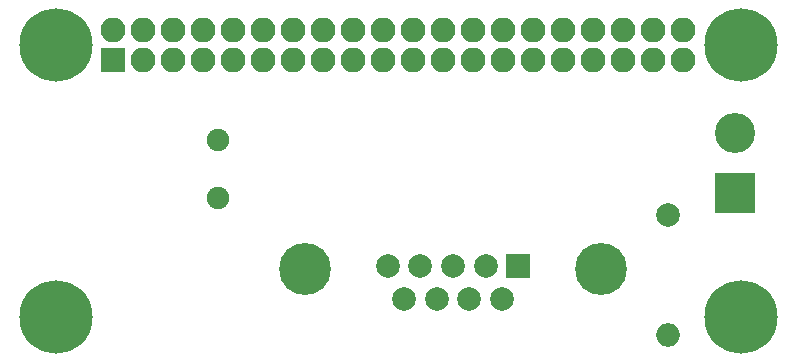
<source format=gbr>
G04 #@! TF.GenerationSoftware,KiCad,Pcbnew,5.0.0-fee4fd1~66~ubuntu18.04.1*
G04 #@! TF.CreationDate,2018-08-10T10:17:42+02:00*
G04 #@! TF.ProjectId,Can_pHat_5.0,43616E5F704861745F352E302E6B6963,rev?*
G04 #@! TF.SameCoordinates,Original*
G04 #@! TF.FileFunction,Soldermask,Bot*
G04 #@! TF.FilePolarity,Negative*
%FSLAX46Y46*%
G04 Gerber Fmt 4.6, Leading zero omitted, Abs format (unit mm)*
G04 Created by KiCad (PCBNEW 5.0.0-fee4fd1~66~ubuntu18.04.1) date Fri Aug 10 10:17:42 2018*
%MOMM*%
%LPD*%
G01*
G04 APERTURE LIST*
%ADD10R,2.000000X2.000000*%
%ADD11C,2.000000*%
%ADD12C,4.400000*%
%ADD13C,6.200000*%
%ADD14C,1.900000*%
%ADD15O,2.100000X2.100000*%
%ADD16R,2.100000X2.100000*%
%ADD17C,3.400000*%
%ADD18R,3.400000X3.400000*%
%ADD19O,2.000000X2.000000*%
G04 APERTURE END LIST*
D10*
G04 #@! TO.C,J2*
X59690000Y-39197000D03*
D11*
X56920000Y-39197000D03*
X54150000Y-39197000D03*
X51380000Y-39197000D03*
X48610000Y-39197000D03*
X58305000Y-42037000D03*
X55535000Y-42037000D03*
X52765000Y-42037000D03*
X49995000Y-42037000D03*
D12*
X41650000Y-39497000D03*
X66650000Y-39497000D03*
G04 #@! TD*
D13*
G04 #@! TO.C,REF\002A\002A*
X78500000Y-20500000D03*
G04 #@! TD*
G04 #@! TO.C,REF\002A\002A*
X78500000Y-43500000D03*
G04 #@! TD*
G04 #@! TO.C,REF\002A\002A*
X20500000Y-43500000D03*
G04 #@! TD*
G04 #@! TO.C,REF\002A\002A*
X20500000Y-20500000D03*
G04 #@! TD*
D14*
G04 #@! TO.C,Y1*
X34290000Y-28575000D03*
X34290000Y-33455000D03*
G04 #@! TD*
D15*
G04 #@! TO.C,J1*
X73630000Y-19230000D03*
X73630000Y-21770000D03*
X71090000Y-19230000D03*
X71090000Y-21770000D03*
X68550000Y-19230000D03*
X68550000Y-21770000D03*
X66010000Y-19230000D03*
X66010000Y-21770000D03*
X63470000Y-19230000D03*
X63470000Y-21770000D03*
X60930000Y-19230000D03*
X60930000Y-21770000D03*
X58390000Y-19230000D03*
X58390000Y-21770000D03*
X55850000Y-19230000D03*
X55850000Y-21770000D03*
X53310000Y-19230000D03*
X53310000Y-21770000D03*
X50770000Y-19230000D03*
X50770000Y-21770000D03*
X48230000Y-19230000D03*
X48230000Y-21770000D03*
X45690000Y-19230000D03*
X45690000Y-21770000D03*
X43150000Y-19230000D03*
X43150000Y-21770000D03*
X40610000Y-19230000D03*
X40610000Y-21770000D03*
X38070000Y-19230000D03*
X38070000Y-21770000D03*
X35530000Y-19230000D03*
X35530000Y-21770000D03*
X32990000Y-19230000D03*
X32990000Y-21770000D03*
X30450000Y-19230000D03*
X30450000Y-21770000D03*
X27910000Y-19230000D03*
X27910000Y-21770000D03*
X25370000Y-19230000D03*
D16*
X25370000Y-21770000D03*
G04 #@! TD*
D17*
G04 #@! TO.C,J3*
X78000000Y-27920000D03*
D18*
X78000000Y-33000000D03*
G04 #@! TD*
D19*
G04 #@! TO.C,R2*
X72390000Y-45085000D03*
D11*
X72390000Y-34925000D03*
G04 #@! TD*
M02*

</source>
